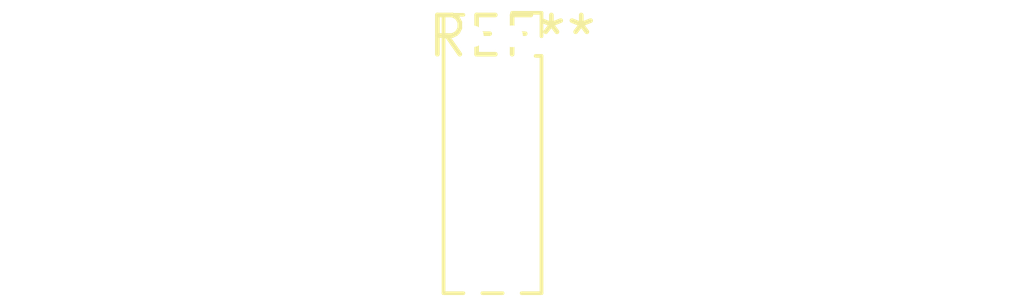
<source format=kicad_pcb>
(kicad_pcb (version 20240108) (generator pcbnew)
  (layers (0 "F.Cu" signal) (31 "B.Cu" signal) (34 "B.Paste" user) (35 "F.Paste" user) (36 "B.SilkS" user "B.Silkscreen") (37 "F.SilkS" user "F.Silkscreen") (38 "B.Mask" user) (39 "F.Mask" user) (44 "Edge.Cuts" user))
  (net 0 "")
  (footprint "PinSocket_2x07_P1.27mm_Vertical" (layer "F.Cu") (at 0 0)
    (property "Reference" "REF**")
    (property "Value" "PinSocket_2x07_P1.27mm_Vertical")
    (fp_line (start -2.22 -0.695) (end -2.22 8.315) (layer "F.SilkS") (stroke (width 0.12)))
    (fp_line (start -2.22 -0.695) (end -1.57753 -0.695) (layer "F.SilkS") (stroke (width 0.12)))
    (fp_line (start -2.22 8.315) (end -1.57753 8.315) (layer "F.SilkS") (stroke (width 0.12)))
    (fp_line (start -0.96247 -0.695) (end -0.76 -0.695) (layer "F.SilkS") (stroke (width 0.12)))
    (fp_line (start -0.96247 8.315) (end -0.30753 8.315) (layer "F.SilkS") (stroke (width 0.12)))
    (fp_line (start 0 -0.76) (end 0.95 -0.76) (layer "F.SilkS") (stroke (width 0.12)))
    (fp_line (start 0.30753 8.315) (end 0.95 8.315) (layer "F.SilkS") (stroke (width 0.12)))
    (fp_line (start 0.76 0.635) (end 0.95 0.635) (layer "F.SilkS") (stroke (width 0.12)))
    (fp_line (start 0.95 -0.76) (end 0.95 0) (layer "F.SilkS") (stroke (width 0.12)))
    (fp_line (start 0.95 0.635) (end 0.95 8.315) (layer "F.SilkS") (stroke (width 0.12)))
    (pad "1" thru_hole rect (at 0 0) (size 1 1) (drill 0.7) (layers *.Cu *.Mask) (remove_unused_layers))
    (pad "2" thru_hole oval (at -1.27 0) (size 1 1) (drill 0.7) (layers *.Cu *.Mask) (remove_unused_layers))
    (pad "3" thru_hole oval (at 0 1.27) (size 1 1) (drill 0.7) (layers *.Cu *.Mask) (remove_unused_layers))
    (pad "4" thru_hole oval (at -1.27 1.27) (size 1 1) (drill 0.7) (layers *.Cu *.Mask) (remove_unused_layers))
    (pad "5" thru_hole oval (at 0 2.54) (size 1 1) (drill 0.7) (layers *.Cu *.Mask) (remove_unused_layers))
    (pad "6" thru_hole oval (at -1.27 2.54) (size 1 1) (drill 0.7) (layers *.Cu *.Mask) (remove_unused_layers))
    (pad "7" thru_hole oval (at 0 3.81) (size 1 1) (drill 0.7) (layers *.Cu *.Mask) (remove_unused_layers))
    (pad "8" thru_hole oval (at -1.27 3.81) (size 1 1) (drill 0.7) (layers *.Cu *.Mask) (remove_unused_layers))
    (pad "9" thru_hole oval (at 0 5.08) (size 1 1) (drill 0.7) (layers *.Cu *.Mask) (remove_unused_layers))
    (pad "10" thru_hole oval (at -1.27 5.08) (size 1 1) (drill 0.7) (layers *.Cu *.Mask) (remove_unused_layers))
    (pad "11" thru_hole oval (at 0 6.35) (size 1 1) (drill 0.7) (layers *.Cu *.Mask) (remove_unused_layers))
    (pad "12" thru_hole oval (at -1.27 6.35) (size 1 1) (drill 0.7) (layers *.Cu *.Mask) (remove_unused_layers))
    (pad "13" thru_hole oval (at 0 7.62) (size 1 1) (drill 0.7) (layers *.Cu *.Mask) (remove_unused_layers))
    (pad "14" thru_hole oval (at -1.27 7.62) (size 1 1) (drill 0.7) (layers *.Cu *.Mask) (remove_unused_layers))
  )
)
</source>
